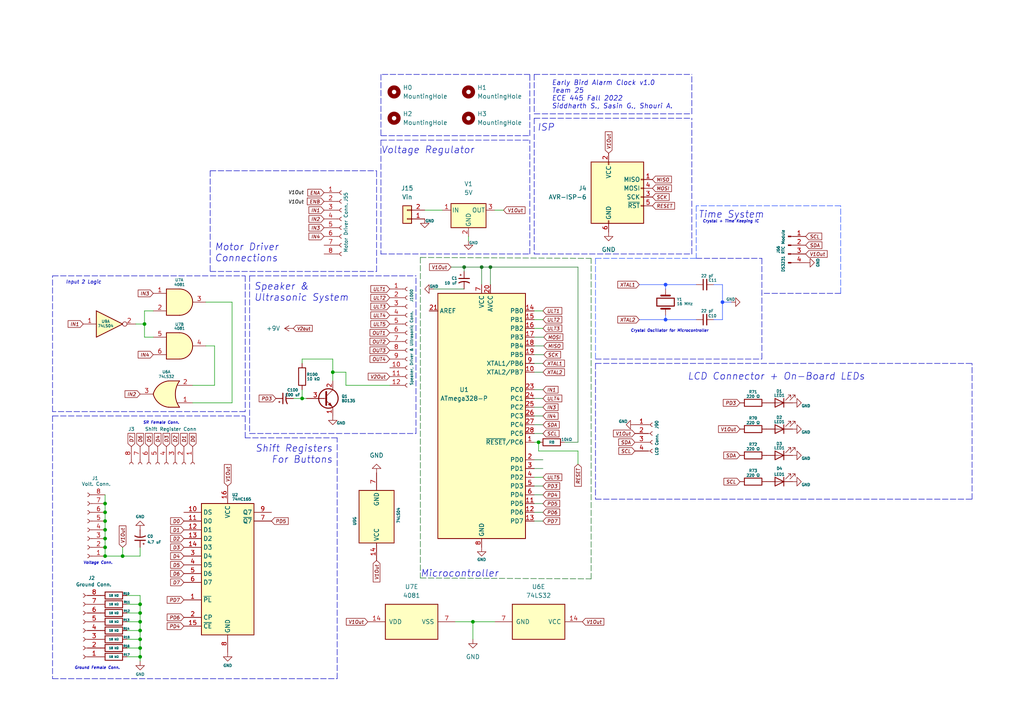
<source format=kicad_sch>
(kicad_sch (version 20211123) (generator eeschema)
  (paper "A4")
  (junction (at 134.62 77.47) (color 17 110 28 1))
  (junction (at 30.48 158.75))
  (junction (at 87.63 115.57))
  (junction (at 41.91 93.98))
  (junction (at 30.48 153.67))
  (junction (at 40.64 190.5))
  (junction (at 209.55 87.63) (color 32 74 255 1))
  (junction (at 35.56 161.29))
  (junction (at 142.24 77.47) (color 17 110 28 1))
  (junction (at 40.64 185.42))
  (junction (at 96.52 107.95))
  (junction (at 40.64 187.96))
  (junction (at 40.64 177.8))
  (junction (at 30.48 161.29))
  (junction (at 30.48 156.21))
  (junction (at 193.04 82.55) (color 32 74 255 1))
  (junction (at 40.64 175.26))
  (junction (at 40.64 180.34))
  (junction (at 156.21 128.27))
  (junction (at 30.48 151.13))
  (junction (at 137.16 180.34))
  (junction (at 30.48 148.59))
  (junction (at 30.48 146.05))
  (junction (at 139.7 77.47) (color 17 110 28 1))
  (junction (at 193.04 92.71) (color 32 74 255 1))
  (junction (at 40.64 182.88))
  (wire (pts (xy 40.64 175.26) (xy 40.64 177.8)))
  (polyline (pts (xy 72.39 125.73) (xy 120.65 125.73)))
  (wire (pts (xy 30.48 148.59) (xy 30.48 151.13)))
  (polyline (pts (xy 201.93 74.93) (xy 220.98 74.93)))
  (wire (pts (xy 36.83 182.88) (xy 40.64 182.88)))
  (polyline (pts (xy 154.94 33.02) (xy 200.66 33.02)))
  (polyline (pts (xy 15.24 196.85) (xy 97.79 196.85)))
  (polyline (pts (xy 243.84 59.69) (xy 201.93 59.69)) (stroke (width 0) (color 32 74 255 1)))
  (polyline (pts (xy 60.96 78.74) (xy 109.22 78.74)))
  (polyline (pts (xy 110.49 40.64) (xy 110.49 73.66)))
  (polyline (pts (xy 153.67 39.37) (xy 153.67 21.59)))
  (polyline (pts (xy 243.84 85.09) (xy 220.98 85.09)))
  (wire (pts (xy 41.91 90.17) (xy 44.45 90.17)))
  (wire (pts (xy 157.48 123.19) (xy 154.94 123.19)) (stroke (width 0) (color 17 110 28 1)))
  (wire (pts (xy 157.48 148.59) (xy 154.94 148.59)) (stroke (width 0) (color 17 110 28 1)))
  (wire (pts (xy 87.63 105.41) (xy 87.63 104.14)))
  (wire (pts (xy 154.94 97.79) (xy 157.734 97.79)) (stroke (width 0) (color 17 110 28 1)))
  (polyline (pts (xy 154.94 21.59) (xy 154.94 33.02)))
  (wire (pts (xy 40.64 187.96) (xy 40.64 190.5)))
  (wire (pts (xy 157.48 135.89) (xy 154.94 135.89)) (stroke (width 0) (color 17 110 28 1)))
  (wire (pts (xy 193.04 82.55) (xy 201.93 82.55)) (stroke (width 0) (color 32 74 255 1)))
  (wire (pts (xy 157.48 125.73) (xy 154.94 125.73)) (stroke (width 0) (color 17 110 28 1)))
  (wire (pts (xy 207.01 82.55) (xy 209.55 82.55)) (stroke (width 0) (color 32 74 255 1)))
  (wire (pts (xy 209.55 82.55) (xy 209.55 87.63)) (stroke (width 0) (color 32 74 255 1)))
  (wire (pts (xy 157.48 133.35) (xy 154.94 133.35)) (stroke (width 0) (color 17 110 28 1)))
  (wire (pts (xy 154.94 143.51) (xy 157.48 143.51)) (stroke (width 0) (color 17 110 28 1)))
  (wire (pts (xy 157.48 115.57) (xy 154.94 115.57)) (stroke (width 0) (color 17 110 28 1)))
  (wire (pts (xy 134.62 77.47) (xy 139.7 77.47)) (stroke (width 0) (color 17 110 28 1)))
  (wire (pts (xy 100.33 111.76) (xy 100.33 107.95)))
  (wire (pts (xy 36.83 172.72) (xy 40.64 172.72)))
  (wire (pts (xy 139.7 77.47) (xy 139.7 82.55)) (stroke (width 0) (color 17 110 28 1)))
  (wire (pts (xy 142.24 77.47) (xy 167.64 77.47)) (stroke (width 0) (color 17 110 28 1)))
  (wire (pts (xy 157.48 151.13) (xy 154.94 151.13)) (stroke (width 0) (color 17 110 28 1)))
  (wire (pts (xy 36.83 185.42) (xy 40.64 185.42)))
  (wire (pts (xy 55.88 116.84) (xy 67.31 116.84)))
  (polyline (pts (xy 71.12 119.38) (xy 15.24 119.38)))
  (wire (pts (xy 142.24 77.47) (xy 142.24 82.55)) (stroke (width 0) (color 17 110 28 1)))
  (polyline (pts (xy 200.66 73.66) (xy 200.66 34.29)))
  (wire (pts (xy 30.48 146.05) (xy 30.48 148.59)))
  (polyline (pts (xy 15.24 120.65) (xy 71.12 120.65)))
  (polyline (pts (xy 15.24 119.38) (xy 15.24 80.01)))
  (wire (pts (xy 36.83 177.8) (xy 40.64 177.8)))
  (polyline (pts (xy 97.79 127) (xy 71.12 127)))
  (polyline (pts (xy 121.92 74.676) (xy 171.45 74.93)) (stroke (width 0) (color 17 110 28 1)))
  (wire (pts (xy 135.89 69.85) (xy 135.89 68.58)))
  (polyline (pts (xy 172.72 105.41) (xy 281.94 105.41)))
  (wire (pts (xy 154.94 146.05) (xy 157.48 146.05)) (stroke (width 0) (color 17 110 28 1)))
  (wire (pts (xy 40.64 182.88) (xy 40.64 185.42)))
  (wire (pts (xy 157.48 107.95) (xy 154.94 107.95)) (stroke (width 0) (color 17 110 28 1)))
  (wire (pts (xy 41.91 97.79) (xy 44.45 97.79)))
  (wire (pts (xy 30.48 151.13) (xy 30.48 153.67)))
  (wire (pts (xy 154.94 90.17) (xy 157.48 90.17)))
  (wire (pts (xy 62.23 100.33) (xy 62.23 111.76)))
  (polyline (pts (xy 71.12 80.01) (xy 71.12 119.38)))
  (polyline (pts (xy 72.39 80.01) (xy 72.39 125.73)))
  (polyline (pts (xy 154.94 73.66) (xy 200.66 73.66)))
  (wire (pts (xy 209.55 87.63) (xy 212.09 87.63)) (stroke (width 0) (color 32 74 255 1)))
  (wire (pts (xy 157.48 105.41) (xy 154.94 105.41)) (stroke (width 0) (color 17 110 28 1)))
  (wire (pts (xy 143.51 60.96) (xy 146.05 60.96)))
  (wire (pts (xy 87.63 113.03) (xy 87.63 115.57)))
  (polyline (pts (xy 72.39 80.01) (xy 120.65 80.01)))
  (wire (pts (xy 123.19 60.96) (xy 128.27 60.96)))
  (wire (pts (xy 87.63 115.57) (xy 88.9 115.57)))
  (polyline (pts (xy 71.12 127) (xy 71.12 120.65)))
  (wire (pts (xy 113.03 111.76) (xy 100.33 111.76)))
  (wire (pts (xy 30.48 153.67) (xy 30.48 156.21)))
  (polyline (pts (xy 60.96 49.53) (xy 109.22 49.53)))
  (wire (pts (xy 30.48 156.21) (xy 30.48 158.75)))
  (wire (pts (xy 154.94 102.87) (xy 157.734 102.87)) (stroke (width 0) (color 17 110 28 1)))
  (polyline (pts (xy 60.96 49.53) (xy 60.96 78.74)))
  (polyline (pts (xy 172.72 105.41) (xy 172.72 144.78)))
  (wire (pts (xy 157.48 118.11) (xy 154.94 118.11)) (stroke (width 0) (color 17 110 28 1)))
  (wire (pts (xy 41.91 93.98) (xy 41.91 90.17)))
  (wire (pts (xy 96.52 104.14) (xy 96.52 107.95)))
  (wire (pts (xy 40.64 158.75) (xy 40.64 161.29)))
  (polyline (pts (xy 201.93 59.69) (xy 201.93 74.93)) (stroke (width 0) (color 32 74 255 1)))
  (polyline (pts (xy 154.94 21.59) (xy 200.66 21.59)))
  (wire (pts (xy 40.64 161.29) (xy 35.56 161.29)))
  (polyline (pts (xy 220.98 74.93) (xy 220.98 104.14)))
  (wire (pts (xy 137.16 180.34) (xy 137.16 185.42)))
  (wire (pts (xy 87.63 104.14) (xy 96.52 104.14)))
  (wire (pts (xy 62.23 100.33) (xy 59.69 100.33)))
  (wire (pts (xy 130.81 77.47) (xy 134.62 77.47)) (stroke (width 0) (color 17 110 28 1)))
  (wire (pts (xy 62.23 111.76) (xy 55.88 111.76)))
  (wire (pts (xy 154.94 100.33) (xy 157.734 100.33)) (stroke (width 0) (color 17 110 28 1)))
  (wire (pts (xy 36.83 180.34) (xy 40.64 180.34)))
  (wire (pts (xy 134.62 77.47) (xy 134.62 78.74)) (stroke (width 0) (color 17 110 28 1)))
  (wire (pts (xy 36.83 187.96) (xy 40.64 187.96)))
  (wire (pts (xy 157.48 120.65) (xy 154.94 120.65)) (stroke (width 0) (color 17 110 28 1)))
  (wire (pts (xy 40.64 177.8) (xy 40.64 180.34)))
  (polyline (pts (xy 153.67 21.59) (xy 110.49 21.59)))
  (polyline (pts (xy 97.79 196.85) (xy 97.79 127)))
  (polyline (pts (xy 172.72 74.93) (xy 172.72 104.14)) (stroke (width 0) (color 32 74 255 1)))
  (wire (pts (xy 193.04 83.82) (xy 193.04 82.55)) (stroke (width 0) (color 32 74 255 1)))
  (wire (pts (xy 207.01 92.71) (xy 209.55 92.71)) (stroke (width 0) (color 32 74 255 1)))
  (polyline (pts (xy 154.94 34.29) (xy 200.66 34.29)))
  (polyline (pts (xy 110.49 73.66) (xy 153.67 73.66)))
  (wire (pts (xy 59.69 87.63) (xy 67.31 87.63)))
  (polyline (pts (xy 200.66 33.02) (xy 200.66 21.59)))
  (wire (pts (xy 154.94 95.25) (xy 157.48 95.25)))
  (polyline (pts (xy 172.72 74.93) (xy 201.93 74.93)) (stroke (width 0) (color 32 74 255 1)))
  (wire (pts (xy 157.48 140.97) (xy 154.94 140.97)) (stroke (width 0) (color 17 110 28 1)))
  (wire (pts (xy 167.64 128.27) (xy 163.83 128.27)) (stroke (width 0) (color 17 110 28 1)))
  (polyline (pts (xy 154.94 34.29) (xy 154.94 73.66)))
  (wire (pts (xy 30.48 161.29) (xy 35.56 161.29)))
  (wire (pts (xy 193.04 91.44) (xy 193.04 92.71)) (stroke (width 0) (color 32 74 255 1)))
  (wire (pts (xy 154.94 138.43) (xy 157.48 138.43)))
  (polyline (pts (xy 243.84 85.09) (xy 243.84 59.69)) (stroke (width 0) (color 32 74 255 1)))
  (polyline (pts (xy 281.94 144.78) (xy 281.94 105.41)))
  (wire (pts (xy 156.21 130.81) (xy 167.64 130.81)))
  (polyline (pts (xy 171.45 167.894) (xy 171.45 74.93)) (stroke (width 0) (color 17 110 28 1)))
  (polyline (pts (xy 109.22 78.74) (xy 109.22 49.53)))
  (wire (pts (xy 125.73 83.82) (xy 134.62 83.82)) (stroke (width 0) (color 17 110 28 1)))
  (wire (pts (xy 40.64 172.72) (xy 40.64 175.26)))
  (wire (pts (xy 96.52 107.95) (xy 96.52 110.49)))
  (wire (pts (xy 154.94 92.71) (xy 157.48 92.71)))
  (polyline (pts (xy 15.24 120.65) (xy 15.24 196.85)))
  (wire (pts (xy 35.56 158.75) (xy 35.56 161.29)))
  (wire (pts (xy 185.42 92.71) (xy 193.04 92.71)) (stroke (width 0) (color 32 74 255 1)))
  (wire (pts (xy 193.04 92.71) (xy 201.93 92.71)) (stroke (width 0) (color 32 74 255 1)))
  (polyline (pts (xy 15.24 80.01) (xy 71.12 80.01)))
  (wire (pts (xy 157.48 113.03) (xy 154.94 113.03)) (stroke (width 0) (color 17 110 28 1)))
  (wire (pts (xy 30.48 143.51) (xy 30.48 146.05)))
  (wire (pts (xy 139.7 77.47) (xy 142.24 77.47)) (stroke (width 0) (color 17 110 28 1)))
  (wire (pts (xy 167.64 77.47) (xy 167.64 128.27)) (stroke (width 0) (color 17 110 28 1)))
  (wire (pts (xy 209.55 87.63) (xy 209.55 92.71)) (stroke (width 0) (color 32 74 255 1)))
  (wire (pts (xy 39.37 93.98) (xy 41.91 93.98)))
  (wire (pts (xy 40.64 185.42) (xy 40.64 187.96)))
  (wire (pts (xy 100.33 107.95) (xy 96.52 107.95)))
  (wire (pts (xy 156.21 128.27) (xy 156.21 130.81)))
  (polyline (pts (xy 120.65 125.73) (xy 120.65 80.01)))
  (polyline (pts (xy 110.49 39.37) (xy 153.67 39.37)))
  (polyline (pts (xy 153.67 73.66) (xy 153.67 40.64)))
  (wire (pts (xy 132.08 180.34) (xy 137.16 180.34)))
  (wire (pts (xy 40.64 180.34) (xy 40.64 182.88)))
  (polyline (pts (xy 121.92 167.64) (xy 171.45 167.894)) (stroke (width 0) (color 17 110 28 1)))
  (polyline (pts (xy 110.49 21.59) (xy 110.49 39.37)))
  (wire (pts (xy 36.83 190.5) (xy 40.64 190.5)))
  (wire (pts (xy 85.09 115.57) (xy 87.63 115.57)))
  (polyline (pts (xy 172.72 104.14) (xy 220.98 104.14)))
  (wire (pts (xy 167.64 130.81) (xy 167.64 134.62)))
  (wire (pts (xy 30.48 158.75) (xy 30.48 161.29)))
  (wire (pts (xy 41.91 93.98) (xy 41.91 97.79)))
  (wire (pts (xy 40.64 190.5) (xy 40.64 191.77)))
  (wire (pts (xy 67.31 87.63) (xy 67.31 116.84)))
  (wire (pts (xy 185.42 82.55) (xy 193.04 82.55)) (stroke (width 0) (color 32 74 255 1)))
  (polyline (pts (xy 121.92 74.676) (xy 121.92 167.64)) (stroke (width 0) (color 17 110 28 1)))
  (wire (pts (xy 156.21 128.27) (xy 154.94 128.27)))
  (wire (pts (xy 143.51 180.34) (xy 137.16 180.34)))
  (polyline (pts (xy 110.49 40.64) (xy 153.67 40.64)))
  (polyline (pts (xy 172.72 144.78) (xy 281.94 144.78)))
  (wire (pts (xy 36.83 175.26) (xy 40.64 175.26)))
  (text "Shift Registers\nFor Buttons" (at 96.52 134.62 180) (effects (font (size 2 2) italic) (justify right bottom)))
  (text "Crystal Oscillator for Microcontroller" (at 182.88 96.52 0) (effects (font (size 0.8 0.8) italic) (justify left bottom)))
  (text "LCD Connector + On-Board LEDs\n" (at 199.39 110.49 0) (effects (font (size 2 2) italic) (justify left bottom)))
  (text "Voltage Regulator" (at 110.49 44.8268 0) (effects (font (size 2 2) italic) (justify left bottom)))
  (text "ISP" (at 155.8085 38.2824 0) (effects (font (size 2 2) italic) (justify left bottom)))
  (text "Crystal + Time Keeping IC" (at 203.7607 64.7978 0) (effects (font (size 0.8 0.8) italic) (justify left bottom)))
  (text "Speaker &\nUltrasonic System" (at 73.66 87.63 0) (effects (font (size 2 2) italic) (justify left bottom)))
  (text "Input 2 Logic\n" (at 19.05 82.55 0) (effects (font (size 1 1) italic) (justify left bottom)))
  (text "Time System" (at 202.4907 63.5278 0) (effects (font (size 2 2) italic) (justify left bottom)))
  (text "Voltage Conn." (at 24.13 163.83 0) (effects (font (size 0.8 0.8) italic) (justify left bottom)))
  (text "SR Female Conn." (at 52.07 123.19 180) (effects (font (size 0.8 0.8) italic) (justify right bottom)))
  (text "Microcontroller" (at 121.92 167.64 0) (effects (font (size 2 2) italic) (justify left bottom)))
  (text "Motor Driver\nConnections\n" (at 62.23 76.2 0) (effects (font (size 2 2) italic) (justify left bottom)))
  (text "Early Bird Alarm Clock v1.0\nTeam 25 \nECE 445 Fall 2022\nSiddharth S., Sasin G., Shouri A. " (at 160.02 31.75 0) (effects (font (size 1.4 1.4) italic) (justify left bottom)))
  (text "Ground Female Conn." (at 21.59 194.31 0) (effects (font (size 0.8 0.8) italic) (justify left bottom)))
  (label "V1Out" (at 88.1366 59.3586 180) (effects (font (size 1 1) italic)))
  (label "V1Out" (at 88.1366 56.6433 180) (effects (font (size 1 1) italic)))
  (global_label "ULT5" (shape input) (at 157.48 138.43 0) (effects (font (size 1 1) italic)) (property "Intersheet References" "${INTERSHEET_REFS}" (effects hide)))
  (global_label "IN4" (shape input) (at 44.45 102.87 180) (effects (font (size 1 1) italic)) (property "Intersheet References" "${INTERSHEET_REFS}" (effects hide)))
  (global_label "MOSI" (shape input) (at 157.734 97.79 0) (effects (font (size 1 1) italic)) (property "Intersheet References" "${INTERSHEET_REFS}" (effects hide)))
  (global_label "V1Out" (shape input) (at 233.68 73.66 0) (effects (font (size 1 1) italic)) (property "Intersheet References" "${INTERSHEET_REFS}" (effects hide)))
  (global_label "D6" (shape input) (at 53.34 166.37 180) (effects (font (size 1 1) italic)) (property "Intersheet References" "${INTERSHEET_REFS}" (effects hide)))
  (global_label "SCK" (shape input) (at 189.23 57.15 0) (effects (font (size 1 1) italic)) (property "Intersheet References" "${INTERSHEET_REFS}" (effects hide)))
  (global_label "IN3" (shape input) (at 93.98 66.04 180) (effects (font (size 1 1) italic)) (property "Intersheet References" "${INTERSHEET_REFS}" (effects hide)))
  (global_label "SDA" (shape input) (at 233.68 71.12 0) (effects (font (size 1 1) italic)) (property "Intersheet References" "${INTERSHEET_REFS}" (effects hide)))
  (global_label "XTAL1" (shape input) (at 157.48 105.41 0) (effects (font (size 1 1) italic)) (property "Intersheet References" "${INTERSHEET_REFS}" (effects hide)))
  (global_label "V1Out" (shape input) (at 66.04 140.97 90) (effects (font (size 1 1) italic)) (property "Intersheet References" "${INTERSHEET_REFS}" (effects hide)))
  (global_label "OUT4" (shape input) (at 113.03 104.14 180) (effects (font (size 1 1) italic)) (property "Intersheet References" "${INTERSHEET_REFS}" (effects hide)))
  (global_label "PD4" (shape input) (at 157.48 143.51 0) (effects (font (size 1 1) italic)) (property "Intersheet References" "${INTERSHEET_REFS}" (effects hide)))
  (global_label "ENB" (shape input) (at 93.98 58.42 180) (effects (font (size 1 1) italic)) (property "Intersheet References" "${INTERSHEET_REFS}" (effects hide)))
  (global_label "ULT2" (shape input) (at 157.48 92.71 0) (effects (font (size 1 1) italic)) (property "Intersheet References" "${INTERSHEET_REFS}" (effects hide)))
  (global_label "D1" (shape input) (at 53.34 129.54 90) (effects (font (size 1 1) italic)) (property "Intersheet References" "${INTERSHEET_REFS}" (effects hide)))
  (global_label "SDA" (shape input) (at 157.48 123.19 0) (effects (font (size 1 1) italic)) (property "Intersheet References" "${INTERSHEET_REFS}" (effects hide)))
  (global_label "V1Out" (shape input) (at 146.05 60.96 0) (effects (font (size 1 1) italic)) (property "Intersheet References" "${INTERSHEET_REFS}" (effects hide)))
  (global_label "XTAL2" (shape input) (at 185.42 92.71 180) (effects (font (size 1 1) italic)) (property "Intersheet References" "${INTERSHEET_REFS}" (effects hide)))
  (global_label "D7" (shape input) (at 38.1 129.54 90) (effects (font (size 1 1) italic)) (property "Intersheet References" "${INTERSHEET_REFS}" (effects hide)))
  (global_label "MISO" (shape input) (at 157.734 100.33 0) (effects (font (size 1 1) italic)) (property "Intersheet References" "${INTERSHEET_REFS}" (effects hide)))
  (global_label "D4" (shape input) (at 45.72 129.54 90) (effects (font (size 1 1) italic)) (property "Intersheet References" "${INTERSHEET_REFS}" (effects hide)))
  (global_label "XTAL2" (shape input) (at 157.48 107.95 0) (effects (font (size 1 1) italic)) (property "Intersheet References" "${INTERSHEET_REFS}" (effects hide)))
  (global_label "SDA" (shape input) (at 184.15 128.27 180) (effects (font (size 1 1) italic)) (property "Intersheet References" "${INTERSHEET_REFS}" (effects hide)))
  (global_label "ENA" (shape input) (at 93.98 55.88 180) (effects (font (size 1 1) italic)) (property "Intersheet References" "${INTERSHEET_REFS}" (effects hide)))
  (global_label "IN4" (shape input) (at 93.98 68.58 180) (effects (font (size 1 1) italic)) (property "Intersheet References" "${INTERSHEET_REFS}" (effects hide)))
  (global_label "PD6" (shape input) (at 53.34 179.07 180) (effects (font (size 1 1) italic)) (property "Intersheet References" "${INTERSHEET_REFS}" (effects hide)))
  (global_label "V1Out" (shape input) (at 109.22 162.56 270) (effects (font (size 1 1) italic)) (property "Intersheet References" "${INTERSHEET_REFS}" (effects hide)))
  (global_label "D2" (shape input) (at 53.34 156.21 180) (effects (font (size 1 1) italic)) (property "Intersheet References" "${INTERSHEET_REFS}" (effects hide)))
  (global_label "V1Out" (shape input) (at 184.15 125.73 180) (effects (font (size 1 1) italic)) (property "Intersheet References" "${INTERSHEET_REFS}" (effects hide)))
  (global_label "ULT1" (shape input) (at 157.48 90.17 0) (effects (font (size 1 1) italic)) (property "Intersheet References" "${INTERSHEET_REFS}" (effects hide)))
  (global_label "D3" (shape input) (at 53.34 158.75 180) (effects (font (size 1 1) italic)) (property "Intersheet References" "${INTERSHEET_REFS}" (effects hide)))
  (global_label "D7" (shape input) (at 53.34 168.91 180) (effects (font (size 1 1) italic)) (property "Intersheet References" "${INTERSHEET_REFS}" (effects hide)))
  (global_label "V1Out" (shape input) (at 168.91 180.34 0) (effects (font (size 1 1) italic)) (property "Intersheet References" "${INTERSHEET_REFS}" (effects hide)))
  (global_label "V1Out" (shape input) (at 106.68 180.34 180) (effects (font (size 1 1) italic)) (property "Intersheet References" "${INTERSHEET_REFS}" (effects hide)))
  (global_label "ULT1" (shape input) (at 113.03 83.82 180) (effects (font (size 1 1) italic)) (property "Intersheet References" "${INTERSHEET_REFS}" (effects hide)))
  (global_label "D3" (shape input) (at 48.26 129.54 90) (effects (font (size 1 1) italic)) (property "Intersheet References" "${INTERSHEET_REFS}" (effects hide)))
  (global_label "D5" (shape input) (at 53.34 163.83 180) (effects (font (size 1 1) italic)) (property "Intersheet References" "${INTERSHEET_REFS}" (effects hide)))
  (global_label "D0" (shape input) (at 55.88 129.54 90) (effects (font (size 1 1) italic)) (property "Intersheet References" "${INTERSHEET_REFS}" (effects hide)))
  (global_label "PD7" (shape input) (at 157.48 151.13 0) (effects (font (size 1 1) italic)) (property "Intersheet References" "${INTERSHEET_REFS}" (effects hide)))
  (global_label "V1Out" (shape input) (at 130.81 77.47 180) (effects (font (size 1 1) italic)) (property "Intersheet References" "${INTERSHEET_REFS}" (effects hide)))
  (global_label "IN3" (shape input) (at 157.48 118.11 0) (effects (font (size 1 1) italic)) (property "Intersheet References" "${INTERSHEET_REFS}" (effects hide)))
  (global_label "D4" (shape input) (at 53.34 161.29 180) (effects (font (size 1 1) italic)) (property "Intersheet References" "${INTERSHEET_REFS}" (effects hide)))
  (global_label "D1" (shape input) (at 53.34 153.67 180) (effects (font (size 1 1) italic)) (property "Intersheet References" "${INTERSHEET_REFS}" (effects hide)))
  (global_label "IN4" (shape input) (at 157.48 120.65 0) (effects (font (size 1 1) italic)) (property "Intersheet References" "${INTERSHEET_REFS}" (effects hide)))
  (global_label "IN3" (shape input) (at 44.45 85.09 180) (effects (font (size 1 1) italic)) (property "Intersheet References" "${INTERSHEET_REFS}" (effects hide)))
  (global_label "OUT1" (shape input) (at 113.03 96.52 180) (effects (font (size 1 1) italic)) (property "Intersheet References" "${INTERSHEET_REFS}" (effects hide)))
  (global_label "V2out" (shape input) (at 85.09 95.25 0) (effects (font (size 0.9 0.9) italic)) (property "Intersheet References" "${INTERSHEET_REFS}" (effects hide)))
  (global_label "D0" (shape input) (at 53.34 151.13 180) (effects (font (size 1 1) italic)) (property "Intersheet References" "${INTERSHEET_REFS}" (effects hide)))
  (global_label "IN1" (shape input) (at 93.98 60.96 180) (effects (font (size 1 1) italic)) (property "Intersheet References" "${INTERSHEET_REFS}" (effects hide)))
  (global_label "SCK" (shape input) (at 157.734 102.87 0) (effects (font (size 1 1) italic)) (property "Intersheet References" "${INTERSHEET_REFS}" (effects hide)))
  (global_label "XTAL1" (shape input) (at 185.42 82.55 180) (effects (font (size 1 1) italic)) (property "Intersheet References" "${INTERSHEET_REFS}" (effects hide)))
  (global_label "ULT2" (shape input) (at 113.03 86.36 180) (effects (font (size 1 1) italic)) (property "Intersheet References" "${INTERSHEET_REFS}" (effects hide)))
  (global_label "D5" (shape input) (at 43.18 129.54 90) (effects (font (size 1 1) italic)) (property "Intersheet References" "${INTERSHEET_REFS}" (effects hide)))
  (global_label "PD4" (shape input) (at 53.34 181.61 180) (effects (font (size 1 1) italic)) (property "Intersheet References" "${INTERSHEET_REFS}" (effects hide)))
  (global_label "D2" (shape input) (at 50.8 129.54 90) (effects (font (size 1 1) italic)) (property "Intersheet References" "${INTERSHEET_REFS}" (effects hide)))
  (global_label "SCL" (shape input) (at 184.15 130.81 180) (effects (font (size 1 1) italic)) (property "Intersheet References" "${INTERSHEET_REFS}" (effects hide)))
  (global_label "PD6" (shape input) (at 157.48 148.59 0) (effects (font (size 1 1) italic)) (property "Intersheet References" "${INTERSHEET_REFS}" (effects hide)))
  (global_label "V1Out" (shape input) (at 214.63 124.46 180) (effects (font (size 1 1) italic)) (property "Intersheet References" "${INTERSHEET_REFS}" (effects hide)))
  (global_label "SCL" (shape input) (at 214.63 139.7 180) (effects (font (size 1 1) italic)) (property "Intersheet References" "${INTERSHEET_REFS}" (effects hide)))
  (global_label "PD7" (shape input) (at 53.34 173.99 180) (effects (font (size 1 1) italic)) (property "Intersheet References" "${INTERSHEET_REFS}" (effects hide)))
  (global_label "PD3" (shape input) (at 214.63 116.84 180) (effects (font (size 1 1) italic)) (property "Intersheet References" "${INTERSHEET_REFS}" (effects hide)))
  (global_label "MISO" (shape input) (at 189.23 52.07 0) (effects (font (size 1 1) italic)) (property "Intersheet References" "${INTERSHEET_REFS}" (effects hide)))
  (global_label "PD5" (shape input) (at 78.74 151.13 0) (effects (font (size 1 1) italic)) (property "Intersheet References" "${INTERSHEET_REFS}" (effects hide)))
  (global_label "RESET" (shape input) (at 189.23 59.69 0) (effects (font (size 1 1) italic)) (property "Intersheet References" "${INTERSHEET_REFS}" (effects hide)))
  (global_label "IN1" (shape input) (at 157.48 113.03 0) (effects (font (size 1 1) italic)) (property "Intersheet References" "${INTERSHEET_REFS}" (effects hide)))
  (global_label "V1Out" (shape input) (at 176.53 44.45 90) (effects (font (size 1 1) italic)) (property "Intersheet References" "${INTERSHEET_REFS}" (effects hide)))
  (global_label "PD3" (shape input) (at 80.01 115.57 180) (effects (font (size 1 1) italic)) (property "Intersheet References" "${INTERSHEET_REFS}" (effects hide)))
  (global_label "SDA" (shape input) (at 214.63 132.08 180) (effects (font (size 1 1) italic)) (property "Intersheet References" "${INTERSHEET_REFS}" (effects hide)))
  (global_label "ULT4" (shape input) (at 113.03 91.44 180) (effects (font (size 1 1) italic)) (property "Intersheet References" "${INTERSHEET_REFS}" (effects hide)))
  (global_label "SCL" (shape input) (at 157.48 125.73 0) (effects (font (size 1 1) italic)) (property "Intersheet References" "${INTERSHEET_REFS}" (effects hide)))
  (global_label "PD5" (shape input) (at 157.48 146.05 0) (effects (font (size 1 1) italic)) (property "Intersheet References" "${INTERSHEET_REFS}" (effects hide)))
  (global_label "SCL" (shape input) (at 233.68 68.58 0) (effects (font (size 1 1) italic)) (property "Intersheet References" "${INTERSHEET_REFS}" (effects hide)))
  (global_label "D6" (shape input) (at 40.64 129.54 90) (effects (font (size 1 1) italic)) (property "Intersheet References" "${INTERSHEET_REFS}" (effects hide)))
  (global_label "V2Out" (shape input) (at 113.03 109.22 180) (effects (font (size 1 1) italic)) (property "Intersheet References" "${INTERSHEET_REFS}" (effects hide)))
  (global_label "V1Out" (shape input) (at 35.56 158.75 90) (effects (font (size 1 1) italic)) (property "Intersheet References" "${INTERSHEET_REFS}" (effects hide)))
  (global_label "OUT3" (shape input) (at 113.03 101.6 180) (effects (font (size 1 1) italic)) (property "Intersheet References" "${INTERSHEET_REFS}" (effects hide)))
  (global_label "ULT3" (shape input) (at 157.48 95.25 0) (effects (font (size 1 1) italic)) (property "Intersheet References" "${INTERSHEET_REFS}" (effects hide)))
  (global_label "ULT5" (shape input) (at 113.03 93.98 180) (effects (font (size 1 1) italic)) (property "Intersheet References" "${INTERSHEET_REFS}" (effects hide)))
  (global_label "RESET" (shape input) (at 167.64 134.62 270) (effects (font (size 1 1) italic)) (property "Intersheet References" "${INTERSHEET_REFS}" (effects hide)))
  (global_label "MOSI" (shape input) (at 189.23 54.61 0) (effects (font (size 1 1) italic)) (property "Intersheet References" "${INTERSHEET_REFS}" (effects hide)))
  (global_label "PD3" (shape input) (at 157.48 140.97 0) (effects (font (size 1 1) italic)) (property "Intersheet References" "${INTERSHEET_REFS}" (effects hide)))
  (global_label "OUT2" (shape input) (at 113.03 99.06 180) (effects (font (size 1 1) italic)) (property "Intersheet References" "${INTERSHEET_REFS}" (effects hide)))
  (global_label "ULT3" (shape input) (at 113.03 88.9 180) (effects (font (size 1 1) italic)) (property "Intersheet References" "${INTERSHEET_REFS}" (effects hide)))
  (global_label "IN2" (shape input) (at 93.98 63.5 180) (effects (font (size 1 1) italic)) (property "Intersheet References" "${INTERSHEET_REFS}" (effects hide)))
  (global_label "ULT4" (shape input) (at 157.48 115.57 0) (effects (font (size 1 1) italic)) (property "Intersheet References" "${INTERSHEET_REFS}" (effects hide)))
  (global_label "IN2" (shape input) (at 40.64 114.3 180) (effects (font (size 1 1) italic)) (property "Intersheet References" "${INTERSHEET_REFS}" (effects hide)))
  (global_label "IN1" (shape input) (at 24.13 93.98 180) (effects (font (size 1 1) italic)) (property "Intersheet References" "${INTERSHEET_REFS}" (effects hide)))
  (symbol (lib_id "74xx:74LS32") (at 156.21 180.34 270) (unit 5)
    (property "Reference" "U6" (at 156.21 170.18 90))
    (property "Value" "74LS32" (at 156.21 172.72 90))
    (property "Footprint" "or gate:DIP794W45P254L1969H508Q14" (effects hide))
    (property "Datasheet" "http://www.ti.com/lit/gpn/sn74LS32" (effects hide))
  )
  (symbol (lib_id "power:GND") (at 139.7 158.75 0) (unit 1)
    (property "Reference" "#PWR0112" (effects hide))
    (property "Value" "GND" (at 139.7 162.306 0) (effects (font (size 0.8 0.8))))
  )
  (symbol (lib_id "power:GND") (at 229.87 132.08 90) (unit 1)
    (property "Reference" "#PWR0124" (effects hide))
    (property "Value" "GND" (at 232.458 132.9636 90) (effects (font (size 0.8 0.8)) (justify right)))
  )
  (symbol (lib_id "power:+9V") (at 85.09 95.25 90) (unit 1)
    (property "Reference" "#PWR0114" (effects hide))
    (property "Value" "+9V" (at 81.28 95.2499 90) (effects (justify left)))
  )
  (symbol (lib_id "Device:R") (at 218.44 116.84 90) (unit 1)
    (property "Reference" "R71" (at 218.422 113.6569 90) (effects (font (size 0.8 0.8))))
    (property "Value" "220 Ω" (at 218.4401 114.9945 90) (effects (font (size 0.8 0.8))))
    (property "Footprint" "Resistor_THT:R_Axial_DIN0204_L3.6mm_D1.6mm_P7.62mm_Horizontal" (effects hide))
  )
  (symbol (lib_id "power:GND") (at 66.04 189.23 0) (unit 1)
    (property "Reference" "#PWR0105" (effects hide))
    (property "Value" "GND" (at 66.04 193.04 0) (effects (font (size 0.8 0.8))))
  )
  (symbol (lib_id "power:GND") (at 123.19 63.5 0) (unit 1)
    (property "Reference" "#PWR0101" (effects hide))
    (property "Value" "GND" (at 124.6439 64.0613 0) (effects (font (size 0.8 0.8))))
  )
  (symbol (lib_id "74xx:74HC165") (at 66.04 163.83 0) (unit 1)
    (property "Reference" "U2" (at 67.31 143.51 0) (effects (font (size 0.8 0.8)) (justify left)))
    (property "Value" "74HC165" (at 67.31 144.78 0) (effects (font (size 0.8 0.8)) (justify left)))
    (property "Footprint" "CD74HC165E:DIP794W45P254L1969H508Q16" (effects hide))
    (property "Datasheet" "https://assets.nexperia.com/documents/data-sheet/74HC_HCT165.pdf" (effects hide))
  )
  (symbol (lib_id "power:GND") (at 229.87 139.7 90) (unit 1)
    (property "Reference" "#PWR0125" (effects hide))
    (property "Value" "GND" (at 232.458 140.5836 90) (effects (font (size 0.8 0.8)) (justify right)))
  )
  (symbol (lib_id "power:GND") (at 137.16 185.42 0) (unit 1)
    (property "Reference" "#PWR0123" (effects hide))
    (property "Value" "GND" (at 137.16 190.5 0))
  )
  (symbol (lib_id "Connector:Conn_01x08_Female") (at 99.06 63.5 0) (unit 1)
    (property "Reference" "J55" (at 100.33 57.15 90) (effects (font (size 1 1))))
    (property "Value" "Motor Driver Conn." (at 100.33 66.04 90) (effects (font (size 1 1))))
    (property "Footprint" "Connector_PinHeader_2.54mm:PinHeader_1x08_P2.54mm_Vertical" (effects hide))
  )
  (symbol (lib_id "power:GND") (at 125.73 83.82 270) (unit 1)
    (property "Reference" "#PWR0113" (effects hide))
    (property "Value" "GND" (at 127.1454 83.0782 90) (effects (font (size 0.8 0.8)) (justify right)))
  )
  (symbol (lib_id "Connector:Conn_01x08_Female") (at 24.13 182.88 180) (unit 1)
    (property "Reference" "J2" (at 26.5823 167.6544 0) (effects (font (size 1 1))))
    (property "Value" "Ground Conn." (at 27.2131 169.5343 0) (effects (font (size 1 1))))
    (property "Footprint" "Connector_PinHeader_2.54mm:PinHeader_1x08_P2.54mm_Vertical" (effects hide))
  )
  (symbol (lib_id "Device:R") (at 33.02 172.72 90) (unit 1)
    (property "Reference" "R10" (at 36.6453 172.1901 90) (effects (font (size 0.6 0.6))))
    (property "Value" "10 kΩ" (at 33.02 172.72 90) (effects (font (size 0.6 0.6))))
    (property "Footprint" "Resistor_THT:R_Axial_DIN0204_L3.6mm_D1.6mm_P7.62mm_Horizontal" (effects hide))
  )
  (symbol (lib_id "power:GND") (at 40.64 191.77 0) (unit 1)
    (property "Reference" "#PWR0104" (effects hide))
    (property "Value" "GND" (at 40.64 195.58 0) (effects (font (size 0.8 0.8))))
  )
  (symbol (lib_id "4xxx:4081") (at 52.07 87.63 0) (unit 1)
    (property "Reference" "U7" (at 51.9765 81.2079 0) (effects (font (size 0.8 0.8))))
    (property "Value" "4081" (at 52.07 82.55 0) (effects (font (size 0.8 0.8))))
    (property "Footprint" "and:DIP794W45P254L1969H508Q14" (effects hide))
    (property "Datasheet" "http://www.intersil.com/content/dam/Intersil/documents/cd40/cd4073bms-81bms-82bms.pdf" (effects hide))
  )
  (symbol (lib_id "Device:C_Polarized_Small_US") (at 40.64 156.21 180) (unit 1)
    (property "Reference" "C0" (at 43.5668 155.5584 0) (effects (font (size 0.8 0.8))))
    (property "Value" "4.7 uF" (at 44.7441 157.2403 0) (effects (font (size 0.8 0.8))))
    (property "Footprint" "Capacitor_THT:CP_Radial_D5.0mm_P2.50mm" (effects hide))
  )
  (symbol (lib_id "Device:C_Small") (at 204.47 82.55 90) (unit 1)
    (property "Reference" "C11" (at 207.9244 81.2765 90) (effects (font (size 0.8 0.8)) (justify left)))
    (property "Value" "22 pF" (at 207.01 80.01 90) (effects (font (size 0.8 0.8)) (justify left)))
    (property "Footprint" "Capacitor_THT:CP_Radial_D5.0mm_P2.50mm" (effects hide))
  )
  (symbol (lib_id "power:GND") (at 212.09 87.63 90) (unit 1)
    (property "Reference" "#PWR0118" (effects hide))
    (property "Value" "GND" (at 210.6373 86.8146 90) (effects (font (size 0.8 0.8)) (justify right)))
  )
  (symbol (lib_id "Connector:Conn_01x12_Female") (at 118.11 96.52 0) (unit 1)
    (property "Reference" "J1000" (at 119.38 87.63 90) (effects (font (size 0.8 0.8)) (justify left)))
    (property "Value" "Speaker, Driver & Ultrasonic Conn." (at 119.38 111.76 90) (effects (font (size 0.8 0.8)) (justify left)))
    (property "Footprint" "Connector_PinHeader_2.54mm:PinHeader_1x12_P2.54mm_Vertical" (effects hide))
  )
  (symbol (lib_id "Device:LED") (at 226.06 116.84 180) (unit 1)
    (property "Reference" "D1" (at 226.0105 113.4491 0) (effects (font (size 0.8 0.8))))
    (property "Value" "LED1" (at 226.0571 114.702 0) (effects (font (size 0.8 0.8))))
    (property "Footprint" "LED_THT:LED_D1.8mm_W1.8mm_H2.4mm_Horizontal_O1.27mm_Z1.6mm" (effects hide))
  )
  (symbol (lib_id "Device:R") (at 87.63 109.22 0) (unit 1)
    (property "Reference" "R100" (at 88.9616 108.6292 0) (effects (font (size 0.8 0.8)) (justify left)))
    (property "Value" "10 kΩ" (at 88.9869 109.9072 0) (effects (font (size 0.8 0.8)) (justify left)))
    (property "Footprint" "Resistor_THT:R_Axial_DIN0204_L3.6mm_D1.6mm_P7.62mm_Horizontal" (effects hide))
  )
  (symbol (lib_id "power:GND") (at 229.87 124.46 90) (unit 1)
    (property "Reference" "#PWR0107" (effects hide))
    (property "Value" "GND" (at 232.458 125.3436 90) (effects (font (size 0.8 0.8)) (justify right)))
  )
  (symbol (lib_id "power:GND") (at 184.15 123.19 270) (unit 1)
    (property "Reference" "#PWR0120" (effects hide))
    (property "Value" "GND" (at 182.0271 122.2409 90) (effects (font (size 0.8 0.8)) (justify right)))
  )
  (symbol (lib_id "Device:C_Polarized_Small_US") (at 82.55 115.57 90) (unit 1)
    (property "Reference" "C100" (at 84.8847 113.1298 90) (effects (font (size 0.8 0.8))))
    (property "Value" "100 uF" (at 84.8963 114.5233 90) (effects (font (size 0.8 0.8))))
    (property "Footprint" "Capacitor_THT:CP_Radial_D5.0mm_P2.50mm" (effects hide))
  )
  (symbol (lib_id "Mechanical:MountingHole") (at 135.89 26.67 0) (unit 1)
    (property "Reference" "H1" (at 138.43 25.3999 0) (effects (justify left)))
    (property "Value" "MountingHole" (at 138.43 27.9399 0) (effects (justify left)))
    (property "Footprint" "MountingHole:MountingHole_3.2mm_M3" (effects hide))
  )
  (symbol (lib_id "power:GND") (at 96.52 120.65 0) (unit 1)
    (property "Reference" "#PWR0106" (effects hide))
    (property "Value" "GND" (at 98.9072 122.7044 0) (effects (font (size 0.8 0.8))))
  )
  (symbol (lib_id "Regulator_Linear:L7805") (at 135.89 60.96 0) (unit 1)
    (property "Reference" "V1" (at 135.89 53.34 0))
    (property "Value" "5V" (at 135.89 55.88 0))
    (property "Footprint" "LM7805CT_NOPB:TO254P1054X470X2600-3" (effects hide))
    (property "Datasheet" "http://www.st.com/content/ccc/resource/technical/document/datasheet/41/4f/b3/b0/12/d4/47/88/CD00000444.pdf/files/CD00000444.pdf/jcr:content/translations/en.CD00000444.pdf" (effects hide))
  )
  (symbol (lib_id "Connector:AVR-ISP-6") (at 179.07 57.15 0) (unit 1)
    (property "Reference" "J4" (at 170.18 54.6099 0) (effects (justify right)))
    (property "Value" "AVR-ISP-6" (at 170.18 57.1499 0) (effects (justify right)))
    (property "Footprint" "Connector_IDC:IDC-Header_2x03_P2.54mm_Vertical" (effects hide))
    (property "Datasheet" " ~" (effects hide))
  )
  (symbol (lib_id "74xx:74LS04") (at 31.75 93.98 0) (unit 1)
    (property "Reference" "U9" (at 30.6417 93.2418 0) (effects (font (size 0.8 0.8))))
    (property "Value" "74LS04" (at 30.6417 94.5118 0) (effects (font (size 0.8 0.8))))
    (property "Footprint" "notgate:DIP794W46P254L1969H533Q14" (effects hide))
    (property "Datasheet" "http://www.ti.com/lit/gpn/sn74LS04" (effects hide))
  )
  (symbol (lib_id "Device:C_Small") (at 204.47 92.71 90) (unit 1)
    (property "Reference" "C10" (at 207.8492 91.6196 90) (effects (font (size 0.8 0.8)) (justify left)))
    (property "Value" "22 pF" (at 207.01 90.17 90) (effects (font (size 0.8 0.8)) (justify left)))
    (property "Footprint" "Capacitor_THT:CP_Radial_D5.0mm_P2.50mm" (effects hide))
  )
  (symbol (lib_id "MCU_Microchip_ATmega:ATmega328-P") (at 139.7 120.65 0) (unit 1)
    (property "Reference" "U1" (at 134.62 113.03 0))
    (property "Value" "ATmega328-P" (at 134.62 115.57 0))
    (property "Footprint" "Package_DIP:DIP-28_W7.62mm" (effects hide))
    (property "Datasheet" "http://ww1.microchip.com/downloads/en/DeviceDoc/ATmega328_P%20AVR%20MCU%20with%20picoPower%20Technology%20Data%20Sheet%2040001984A.pdf" (effects hide))
  )
  (symbol (lib_id "Connector_Generic:Conn_01x02") (at 118.11 63.5 180) (unit 1)
    (property "Reference" "J15" (at 118.11 54.61 0))
    (property "Value" "Vin" (at 118.11 57.15 0))
    (property "Footprint" "Connector_Molex:Molex_CLIK-Mate_502382-0270_1x02-1MP_P1.25mm_Vertical" (effects hide))
  )
  (symbol (lib_id "Device:R") (at 218.44 139.7 90) (unit 1)
    (property "Reference" "R73" (at 218.422 136.5169 90) (effects (font (size 0.8 0.8))))
    (property "Value" "220 Ω" (at 218.4401 137.8545 90) (effects (font (size 0.8 0.8))))
    (property "Footprint" "Resistor_THT:R_Axial_DIN0204_L3.6mm_D1.6mm_P7.62mm_Horizontal" (effects hide))
  )
  (symbol (lib_id "Transistor_BJT:BD135") (at 93.98 115.57 0) (unit 1)
    (property "Reference" "Q1" (at 99.06 114.935 0) (effects (font (size 0.8 0.8)) (justify left)))
    (property "Value" "BD135" (at 99.0556 116.2248 0) (effects (font (size 0.8 0.8)) (justify left)))
    (property "Footprint" "Package_TO_SOT_THT:TO-126-3_Vertical" (effects hide))
    (property "Datasheet" "http://www.st.com/internet/com/TECHNICAL_RESOURCES/TECHNICAL_LITERATURE/DATASHEET/CD00001225.pdf" (effects hide))
  )
  (symbol (lib_id "Device:R") (at 33.02 175.26 90) (unit 1)
    (property "Reference" "R11" (at 36.8201 174.6568 90) (effects (font (size 0.6 0.6))))
    (property "Value" "10 kΩ" (at 33.02 175.26 90) (effects (font (size 0.6 0.6))))
    (property "Footprint" "Resistor_THT:R_Axial_DIN0204_L3.6mm_D1.6mm_P7.62mm_Horizontal" (effects hide))
  )
  (symbol (lib_id "Connector:Conn_01x04_Male") (at 228.6 71.12 0) (unit 1)
    (property "Reference" "J66" (at 225.7254 72.3876 90) (effects (font (size 0.8 0.8))))
    (property "Value" "DS3231 RTC Module" (at 227.1517 72.7442 90) (effects (font (size 0.8 0.8))))
    (property "Footprint" "Connector_PinSocket_2.54mm:PinSocket_1x04_P2.54mm_Vertical" (effects hide))
  )
  (symbol (lib_id "4xxx:4081") (at 119.38 180.34 90) (unit 5)
    (property "Reference" "U7" (at 119.38 170.18 90))
    (property "Value" "4081" (at 119.38 172.72 90))
    (property "Footprint" "and:DIP794W45P254L1969H508Q14" (effects hide))
    (property "Datasheet" "http://www.intersil.com/content/dam/Intersil/documents/cd40/cd4073bms-81bms-82bms.pdf" (effects hide))
  )
  (symbol (lib_id "Device:R") (at 33.02 190.5 90) (unit 1)
    (property "Reference" "R17" (at 36.739 189.9009 90) (effects (font (size 0.6 0.6))))
    (property "Value" "10 kΩ" (at 33.02 190.5 90) (effects (font (size 0.6 0.6))))
    (property "Footprint" "Resistor_THT:R_Axial_DIN0204_L3.6mm_D1.6mm_P7.62mm_Horizontal" (effects hide))
  )
  (symbol (lib_id "Device:C_Polarized_Small_US") (at 134.62 81.28 0) (unit 1)
    (property "Reference" "C1" (at 130.9528 80.6882 0) (effects (font (size 0.8 0.8)) (justify left)))
    (property "Value" "10 uF" (at 128.9176 82.104 0) (effects (font (size 0.8 0.8)) (justify left)))
    (property "Footprint" "Capacitor_THT:CP_Radial_D5.0mm_P2.50mm" (effects hide))
  )
  (symbol (lib_id "Connector:Conn_01x04_Female") (at 189.23 125.73 0) (unit 1)
    (property "Reference" "J90" (at 190.5 124.46 90) (effects (font (size 0.9 0.9)) (justify left)))
    (property "Value" "LCD Conn." (at 190.5 132.08 90) (effects (font (size 0.8 0.8)) (justify left)))
    (property "Footprint" "Connector_PinHeader_2.54mm:PinHeader_1x04_P2.54mm_Vertical" (effects hide))
  )
  (symbol (lib_id "power:GND") (at 229.87 116.84 90) (unit 1)
    (property "Reference" "#PWR0119" (effects hide))
    (property "Value" "GND" (at 232.458 117.7236 90) (effects (font (size 0.8 0.8)) (justify right)))
  )
  (symbol (lib_id "Connector:Conn_01x08_Female") (at 48.26 134.62 270) (unit 1)
    (property "Reference" "J3" (at 38.1 124.46 90) (effects (font (size 1 1))))
    (property "Value" "Shift Register Conn" (at 49.53 124.46 90) (effects (font (size 1 1))))
    (property "Footprint" "Connector_PinHeader_2.54mm:PinHeader_1x08_P2.54mm_Vertical" (effects hide))
  )
  (symbol (lib_id "74xx:74LS04") (at 109.22 149.86 180) (unit 7)
    (property "Reference" "U9" (at 102.87 152.4 90) (effects (font (size 0.8 0.8)) (justify right)))
    (property "Value" "74LS04" (at 115.57 151.765 90) (effects (font (size 0.8 0.8)) (justify right)))
    (property "Footprint" "notgate:DIP794W46P254L1969H533Q14" (effects hide))
    (property "Datasheet" "http://www.ti.com/lit/gpn/sn74LS04" (effects hide))
  )
  (symbol (lib_id "Device:LED") (at 226.06 139.7 180) (unit 1)
    (property "Reference" "D4" (at 226.06 135.89 0) (effects (font (size 0.8 0.8))))
    (property "Value" "LED1" (at 226.0571 137.562 0) (effects (font (size 0.8 0.8))))
    (property "Footprint" "LED_THT:LED_D1.8mm_W1.8mm_H2.4mm_Horizontal_O1.27mm_Z1.6mm" (effects hide))
  )
  (symbol (lib_id "Mechanical:MountingHole") (at 135.89 34.29 0) (unit 1)
    (property "Reference" "H3" (at 138.43 33.0199 0) (effects (justify left)))
    (property "Value" "MountingHole" (at 138.43 35.5599 0) (effects (justify left)))
    (property "Footprint" "MountingHole:MountingHole_3.2mm_M3" (effects hide))
  )
  (symbol (lib_id "Device:R") (at 218.44 132.08 90) (unit 1)
    (property "Reference" "R72" (at 218.422 128.8969 90) (effects (font (size 0.8 0.8))))
    (property "Value" "220 Ω" (at 218.4401 130.2345 90) (effects (font (size 0.8 0.8))))
    (property "Footprint" "Resistor_THT:R_Axial_DIN0204_L3.6mm_D1.6mm_P7.62mm_Horizontal" (effects hide))
  )
  (symbol (lib_id "Device:R") (at 33.02 180.34 90) (unit 1)
    (property "Reference" "R13" (at 36.6453 179.8038 90) (effects (font (size 0.6 0.6))))
    (property "Value" "10 kΩ" (at 33.02 180.34 90) (effects (font (size 0.6 0.6))))
    (property "Footprint" "Resistor_THT:R_Axial_DIN0204_L3.6mm_D1.6mm_P7.62mm_Horizontal" (effects hide))
  )
  (symbol (lib_id "74xx:74LS32") (at 48.26 114.3 180) (unit 1)
    (property "Reference" "U6" (at 48.252 107.8634 0) (effects (font (size 0.8 0.8))))
    (property "Value" "74LS32" (at 48.26 109.22 0) (effects (font (size 0.8 0.8))))
    (property "Footprint" "or gate:DIP794W45P254L1969H508Q14" (effects hide))
    (property "Datasheet" "http://www.ti.com/lit/gpn/sn74LS32" (effects hide))
  )
  (symbol (lib_id "power:GND") (at 176.53 67.31 0) (unit 1)
    (property "Reference" "#PWR0116" (effects hide))
    (property "Value" "GND" (at 176.53 72.39 0))
  )
  (symbol (lib_id "Mechanical:MountingHole") (at 114.3 26.67 0) (unit 1)
    (property "Reference" "H0" (at 116.84 25.3999 0) (effects (justify left)))
    (property "Value" "MountingHole" (at 116.84 27.9399 0) (effects (justify left)))
    (property "Footprint" "MountingHole:MountingHole_3.2mm_M3" (effects hide))
  )
  (symbol (lib_id "power:GND") (at 233.68 76.2 90) (unit 1)
    (property "Reference" "#PWR0111" (effects hide))
    (property "Value" "GND" (at 237.236 76.2 0) (effects (font (size 0.8 0.8))))
  )
  (symbol (lib_id "power:GND") (at 40.64 153.67 180) (unit 1)
    (property "Reference" "#PWR0103" (effects hide))
    (property "Value" "GND" (at 40.64 149.86 0) (effects (font (size 0.8 0.8))))
  )
  (symbol (lib_id "4xxx:4081") (at 52.07 100.33 0) (unit 2)
    (property "Reference" "U7" (at 52.0479 94.0786 0) (effects (font (size 0.8 0.8))))
    (property "Value" "4081" (at 52.07 95.25 0) (effects (font (size 0.8 0.8))))
    (property "Footprint" "and:DIP794W45P254L1969H508Q14" (effects hide))
    (property "Datasheet" "http://www.intersil.com/content/dam/Intersil/documents/cd40/cd4073bms-81bms-82bms.pdf" (effects hide))
  )
  (symbol (lib_id "Device:R") (at 33.02 177.8 90) (unit 1)
    (property "Reference" "R12" (at 36.7618 177.2012 90) (effects (font (size 0.6 0.6))))
    (property "Value" "10 kΩ" (at 33.02 177.8 90) (effects (font (size 0.6 0.6))))
    (property "Footprint" "Resistor_THT:R_Axial_DIN0204_L3.6mm_D1.6mm_P7.62mm_Horizontal" (effects hide))
  )
  (symbol (lib_id "power:GND") (at 135.89 69.85 0) (unit 1)
    (property "Reference" "#PWR0102" (effects hide))
    (property "Value" "GND" (at 137.3439 70.4113 0) (effects (font (size 0.8 0.8))))
  )
  (symbol (lib_id "Device:R") (at 160.02 128.27 90) (unit 1)
    (property "Reference" "R8" (at 160.021 128.2754 90) (effects (font (size 0.8 0.8))))
    (property "Value" "10kΩ" (at 164.3434 127.4818 90) (effects (font (size 0.8 0.8))))
    (property "Footprint" "Resistor_THT:R_Axial_DIN0204_L3.6mm_D1.6mm_P7.62mm_Horizontal" (effects hide))
  )
  (symbol (lib_id "Device:R") (at 218.44 124.46 90) (unit 1)
    (property "Reference" "R70" (at 218.422 121.2769 90) (effects (font (size 0.8 0.8))))
    (property "Value" "220 Ω" (at 218.4401 122.6145 90) (effects (font (size 0.8 0.8))))
    (property "Footprint" "Resistor_THT:R_Axial_DIN0204_L3.6mm_D1.6mm_P7.62mm_Horizontal" (effects hide))
  )
  (symbol (lib_id "power:GND") (at 109.22 137.16 180) (unit 1)
    (property "Reference" "#PWR0122" (effects hide))
    (property "Value" "GND" (at 109.22 132.08 0))
  )
  (symbol (lib_id "Device:R") (at 33.02 185.42 90) (unit 1)
    (property "Reference" "R15" (at 36.7361 184.837 90) (effects (font (size 0.6 0.6))))
    (property "Value" "10 kΩ" (at 33.02 185.42 90) (effects (font (size 0.6 0.6))))
    (property "Footprint" "Resistor_THT:R_Axial_DIN0204_L3.6mm_D1.6mm_P7.62mm_Horizontal" (effects hide))
  )
  (symbol (lib_id "Device:LED") (at 226.06 124.46 180) (unit 1)
    (property "Reference" "D2" (at 226.0105 121.0691 0) (effects (font (size 0.8 0.8))))
    (property "Value" "LED1" (at 226.0571 122.322 0) (effects (font (size 0.8 0.8))))
    (property "Footprint" "LED_THT:LED_D1.8mm_W1.8mm_H2.4mm_Horizontal_O1.27mm_Z1.6mm" (effects hide))
  )
  (symbol (lib_id "Device:R") (at 33.02 187.96 90) (unit 1)
    (property "Reference" "R16" (at 36.7037 187.3912 90) (effects (font (size 0.6 0.6))))
    (property "Value" "10 kΩ" (at 33.02 187.96 90) (effects (font (size 0.6 0.6))))
    (property "Footprint" "Resistor_THT:R_Axial_DIN0204_L3.6mm_D1.6mm_P7.62mm_Horizontal" (effects hide))
  )
  (symbol (lib_id "Mechanical:MountingHole") (at 114.3 34.29 0) (unit 1)
    (property "Reference" "H2" (at 116.84 33.0199 0) (effects (justify left)))
    (property "Value" "MountingHole" (at 116.84 35.5599 0) (effects (justify left)))
    (property "Footprint" "MountingHole:MountingHole_3.2mm_M3" (effects hide))
  )
  (symbol (lib_id "Device:R") (at 33.02 182.88 90) (unit 1)
    (property "Reference" "R14" (at 36.6582 182.3432 90) (effects (font (size 0.6 0.6))))
    (property "Value" "10 kΩ" (at 33.02 182.88 90) (effects (font (size 0.6 0.6))))
    (property "Footprint" "Resistor_THT:R_Axial_DIN0204_L3.6mm_D1.6mm_P7.62mm_Horizontal" (effects hide))
  )
  (symbol (lib_id "Device:Crystal") (at 193.04 87.63 90) (unit 1)
    (property "Reference" "Y1" (at 196.2932 86.8304 90) (effects (font (size 0.8 0.8)) (justify right)))
    (property "Value" "16 MHz" (at 196.2932 88.1004 90) (effects (font (size 0.8 0.8)) (justify right)))
    (property "Footprint" "Crystal:Crystal_HC49-U_Vertical" (effects hide))
  )
  (symbol (lib_id "Device:LED") (at 226.06 132.08 180) (unit 1)
    (property "Reference" "D3" (at 226.0105 128.6891 0) (effects (font (size 0.8 0.8))))
    (property "Value" "LED1" (at 226.0571 129.942 0) (effects (font (size 0.8 0.8))))
    (property "Footprint" "LED_THT:LED_D1.8mm_W1.8mm_H2.4mm_Horizontal_O1.27mm_Z1.6mm" (effects hide))
  )
  (symbol (lib_id "Connector:Conn_01x08_Female") (at 25.4 153.67 180) (unit 1)
    (property "Reference" "J1" (at 27.6006 138.711 0) (effects (font (size 1 1))))
    (property "Value" "Volt. Conn." (at 27.914 140.3728 0) (effects (font (size 1 1))))
    (property "Footprint" "Connector_PinHeader_2.54mm:PinHeader_1x08_P2.54mm_Vertical" (effects hide))
  )
)
</source>
